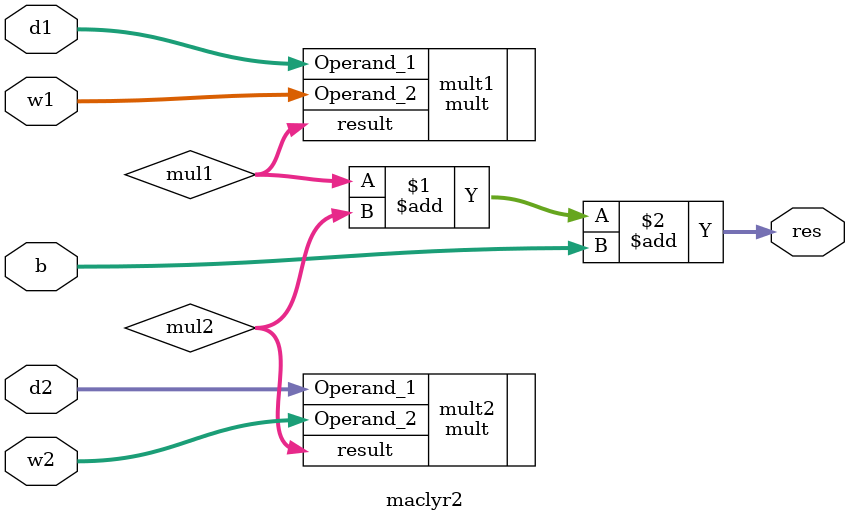
<source format=v>
`include "mult.v"

module maclyr2(
    //input  wire clk,          // Clock
    input  wire [15:0] d1,		// Data 1
	input  wire [15:0] d2,		// Data 2
	input  wire [15:0] w1,		// Weight 1
	input  wire [15:0] w2,		// Weight 2
	input  wire [15:0] b,		// Bias
    output wire [15:0] res  	// Hasil
);
	// Multiplier result
    wire [15:0] mul1;
	wire [15:0] mul2;

    mult mult1
		(
			.Operand_1(d1),
			.Operand_2(w1),
			.result(mul1)
		);
	mult mult2
		(
			.Operand_1(d2),
			.Operand_2(w2),
			.result(mul2)
		);
	assign res = mul1 + mul2 + b;
endmodule

</source>
